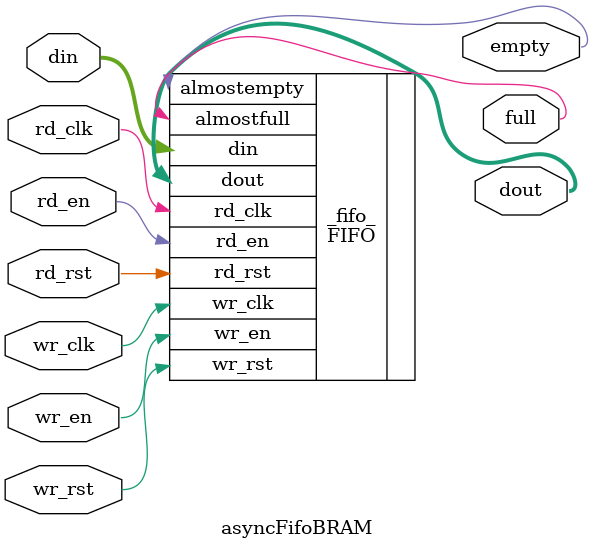
<source format=v>


module asyncFifoBRAM #(
        parameter WIDTH         = 128,      // range = 1 - 360
        parameter OFFSET        = 13'h10    // valid range = 4 to 507
    )
    (
    // ports
    input  wire             wr_clk,
    input  wire             wr_rst,
    input  wire             rd_clk,
    input  wire             rd_rst,
    input  wire [WIDTH-1:0] din,
    input  wire             wr_en,
    input  wire             rd_en,
    output wire [WIDTH-1:0] dout,
    output wire             full,
    output wire             empty
    );

    FIFO # (
        .SYNC(0),
        .DATA_WIDTH(WIDTH),
        .ALMOST_FULL(13'h200 - OFFSET),
        .ALMOST_EMPTY(OFFSET)
    ) _fifo_ (
        .wr_clk(wr_clk),
        .wr_rst(wr_rst),
        .rd_clk(rd_clk),
        .rd_rst(rd_rst),
        .din(din),
        .wr_en(wr_en),
        .rd_en(rd_en),
        .dout(dout),
        .almostfull(full),
        .almostempty(empty)
    );

endmodule

</source>
